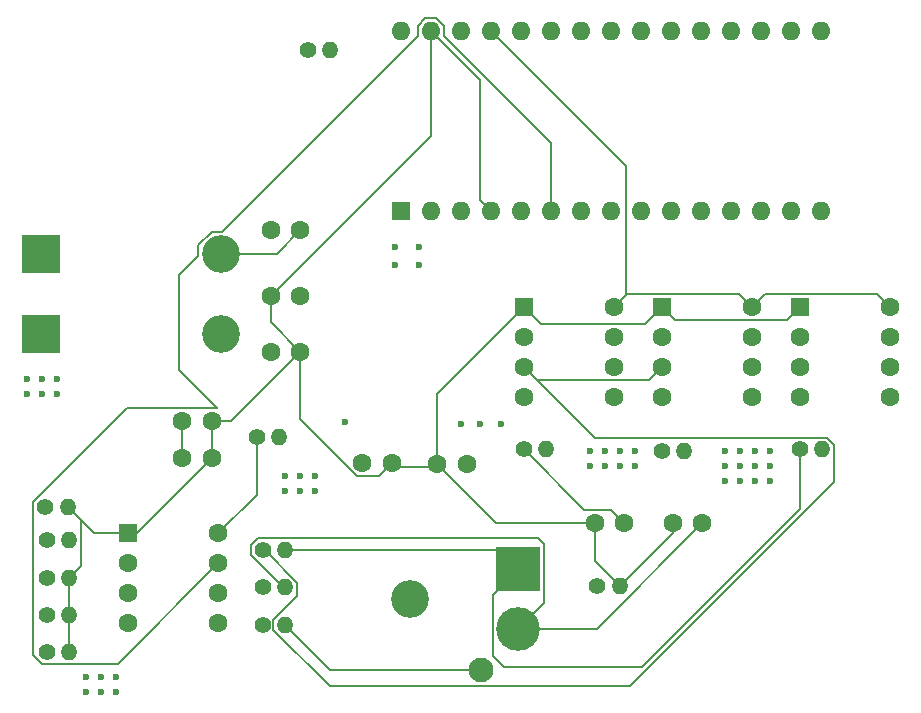
<source format=gbr>
%TF.GenerationSoftware,KiCad,Pcbnew,9.0.1*%
%TF.CreationDate,2025-05-22T16:31:06+05:30*%
%TF.ProjectId,escDesign,65736344-6573-4696-976e-2e6b69636164,rev?*%
%TF.SameCoordinates,Original*%
%TF.FileFunction,Copper,L2,Bot*%
%TF.FilePolarity,Positive*%
%FSLAX46Y46*%
G04 Gerber Fmt 4.6, Leading zero omitted, Abs format (unit mm)*
G04 Created by KiCad (PCBNEW 9.0.1) date 2025-05-22 16:31:06*
%MOMM*%
%LPD*%
G01*
G04 APERTURE LIST*
G04 Aperture macros list*
%AMRoundRect*
0 Rectangle with rounded corners*
0 $1 Rounding radius*
0 $2 $3 $4 $5 $6 $7 $8 $9 X,Y pos of 4 corners*
0 Add a 4 corners polygon primitive as box body*
4,1,4,$2,$3,$4,$5,$6,$7,$8,$9,$2,$3,0*
0 Add four circle primitives for the rounded corners*
1,1,$1+$1,$2,$3*
1,1,$1+$1,$4,$5*
1,1,$1+$1,$6,$7*
1,1,$1+$1,$8,$9*
0 Add four rect primitives between the rounded corners*
20,1,$1+$1,$2,$3,$4,$5,0*
20,1,$1+$1,$4,$5,$6,$7,0*
20,1,$1+$1,$6,$7,$8,$9,0*
20,1,$1+$1,$8,$9,$2,$3,0*%
G04 Aperture macros list end*
%TA.AperFunction,ComponentPad*%
%ADD10C,1.400000*%
%TD*%
%TA.AperFunction,ComponentPad*%
%ADD11O,1.400000X1.400000*%
%TD*%
%TA.AperFunction,ComponentPad*%
%ADD12C,1.600000*%
%TD*%
%TA.AperFunction,ComponentPad*%
%ADD13RoundRect,0.250000X-0.550000X-0.550000X0.550000X-0.550000X0.550000X0.550000X-0.550000X0.550000X0*%
%TD*%
%TA.AperFunction,ComponentPad*%
%ADD14R,3.200000X3.200000*%
%TD*%
%TA.AperFunction,ComponentPad*%
%ADD15O,3.200000X3.200000*%
%TD*%
%TA.AperFunction,ComponentPad*%
%ADD16R,1.600000X1.600000*%
%TD*%
%TA.AperFunction,ComponentPad*%
%ADD17O,1.600000X1.600000*%
%TD*%
%TA.AperFunction,ComponentPad*%
%ADD18R,3.700000X3.700000*%
%TD*%
%TA.AperFunction,ComponentPad*%
%ADD19C,3.700000*%
%TD*%
%TA.AperFunction,ComponentPad*%
%ADD20C,2.100000*%
%TD*%
%TA.AperFunction,ComponentPad*%
%ADD21C,3.200000*%
%TD*%
%TA.AperFunction,ViaPad*%
%ADD22C,0.600000*%
%TD*%
%TA.AperFunction,Conductor*%
%ADD23C,0.200000*%
%TD*%
G04 APERTURE END LIST*
D10*
%TO.P,R9,1*%
%TO.N,Net-(U7--)*%
X152003000Y-147422000D03*
D11*
%TO.P,R9,2*%
%TO.N,Net-(U2-OUT3)*%
X153903000Y-147422000D03*
%TD*%
D10*
%TO.P,R10,1*%
%TO.N,Net-(U2-OUT1)*%
X197490000Y-132588000D03*
D11*
%TO.P,R10,2*%
%TO.N,Net-(U9-+)*%
X199390000Y-132588000D03*
%TD*%
D12*
%TO.P,C3,1*%
%TO.N,+5V*%
X145181000Y-130175000D03*
%TO.P,C3,2*%
%TO.N,GND*%
X147681000Y-130175000D03*
%TD*%
%TO.P,C1,1*%
%TO.N,Net-(U2-SENSE1)*%
X160421000Y-133731000D03*
%TO.P,C1,2*%
%TO.N,GND*%
X162921000Y-133731000D03*
%TD*%
D13*
%TO.P,U10,1,GND*%
%TO.N,GND*%
X140589000Y-139700000D03*
D12*
%TO.P,U10,2,+*%
%TO.N,Net-(U10-+)*%
X140589000Y-142240000D03*
%TO.P,U10,3,-*%
%TO.N,Net-(U10--)*%
X140589000Y-144780000D03*
%TO.P,U10,4,V-*%
%TO.N,unconnected-(U10-V--Pad4)*%
X140589000Y-147320000D03*
%TO.P,U10,5,BAL*%
%TO.N,unconnected-(U10-BAL-Pad5)*%
X148209000Y-147320000D03*
%TO.P,U10,6,STRB*%
%TO.N,unconnected-(U10-STRB-Pad6)*%
X148209000Y-144780000D03*
%TO.P,U10,7*%
%TO.N,Net-(A2-D3)*%
X148209000Y-142240000D03*
%TO.P,U10,8,V+*%
%TO.N,+5V*%
X148209000Y-139700000D03*
%TD*%
D10*
%TO.P,R7,1*%
%TO.N,Net-(U7--)*%
X152003000Y-141122000D03*
D11*
%TO.P,R7,2*%
%TO.N,Net-(U2-OUT1)*%
X153903000Y-141122000D03*
%TD*%
D12*
%TO.P,C7,1*%
%TO.N,GND*%
X166771000Y-133858000D03*
%TO.P,C7,2*%
%TO.N,Net-(U2-OUT1)*%
X169271000Y-133858000D03*
%TD*%
D13*
%TO.P,U8,1,GND*%
%TO.N,GND*%
X174117000Y-120523000D03*
D12*
%TO.P,U8,2,+*%
%TO.N,Net-(U8-+)*%
X174117000Y-123063000D03*
%TO.P,U8,3,-*%
%TO.N,Net-(U7--)*%
X174117000Y-125603000D03*
%TO.P,U8,4,V-*%
%TO.N,unconnected-(U8-V--Pad4)*%
X174117000Y-128143000D03*
%TO.P,U8,5,BAL*%
%TO.N,unconnected-(U8-BAL-Pad5)*%
X181737000Y-128143000D03*
%TO.P,U8,6,STRB*%
%TO.N,unconnected-(U8-STRB-Pad6)*%
X181737000Y-125603000D03*
%TO.P,U8,7*%
%TO.N,Net-(A2-D10)*%
X181737000Y-123063000D03*
%TO.P,U8,8,V+*%
%TO.N,+5V*%
X181737000Y-120523000D03*
%TD*%
%TO.P,C9,1*%
%TO.N,GND*%
X180126000Y-138811000D03*
%TO.P,C9,2*%
%TO.N,Net-(U2-OUT3)*%
X182626000Y-138811000D03*
%TD*%
D14*
%TO.P,D1,1,K*%
%TO.N,Net-(D1-K)*%
X133223000Y-116059000D03*
D15*
%TO.P,D1,2,A*%
%TO.N,Net-(D1-A)*%
X148463000Y-116059000D03*
%TD*%
D10*
%TO.P,R2,1*%
%TO.N,Net-(U2-SENSE1)*%
X133736000Y-143433000D03*
D11*
%TO.P,R2,2*%
%TO.N,GND*%
X135636000Y-143433000D03*
%TD*%
D16*
%TO.P,A2,1,D1/TX*%
%TO.N,unconnected-(A2-D1{slash}TX-Pad1)*%
X163703000Y-112395000D03*
D17*
%TO.P,A2,2,D0/RX*%
%TO.N,unconnected-(A2-D0{slash}RX-Pad2)*%
X166243000Y-112395000D03*
%TO.P,A2,3,~{RESET}*%
%TO.N,unconnected-(A2-~{RESET}-Pad3)*%
X168783000Y-112395000D03*
%TO.P,A2,4,GND*%
%TO.N,GND*%
X171323000Y-112395000D03*
%TO.P,A2,5,D2*%
%TO.N,unconnected-(A2-D2-Pad5)*%
X173863000Y-112395000D03*
%TO.P,A2,6,D3*%
%TO.N,Net-(A2-D3)*%
X176403000Y-112395000D03*
%TO.P,A2,7,D4*%
%TO.N,/D4*%
X178943000Y-112395000D03*
%TO.P,A2,8,D5*%
%TO.N,/D5*%
X181483000Y-112395000D03*
%TO.P,A2,9,D6*%
%TO.N,/D6*%
X184023000Y-112395000D03*
%TO.P,A2,10,D7*%
%TO.N,/D7*%
X186563000Y-112395000D03*
%TO.P,A2,11,D8*%
%TO.N,/D8*%
X189103000Y-112395000D03*
%TO.P,A2,12,D9*%
%TO.N,/D9*%
X191643000Y-112395000D03*
%TO.P,A2,13,D10*%
%TO.N,Net-(A2-D10)*%
X194183000Y-112395000D03*
%TO.P,A2,14,D11*%
%TO.N,Net-(A2-D11)*%
X196723000Y-112395000D03*
%TO.P,A2,15,D12*%
%TO.N,Net-(A2-D12)*%
X199263000Y-112395000D03*
%TO.P,A2,16,D13*%
%TO.N,unconnected-(A2-D13-Pad16)*%
X199263000Y-97155000D03*
%TO.P,A2,17,3V3*%
%TO.N,unconnected-(A2-3V3-Pad17)*%
X196723000Y-97155000D03*
%TO.P,A2,18,AREF*%
%TO.N,unconnected-(A2-AREF-Pad18)*%
X194183000Y-97155000D03*
%TO.P,A2,19,A0*%
%TO.N,unconnected-(A2-A0-Pad19)*%
X191643000Y-97155000D03*
%TO.P,A2,20,A1*%
%TO.N,unconnected-(A2-A1-Pad20)*%
X189103000Y-97155000D03*
%TO.P,A2,21,A2*%
%TO.N,unconnected-(A2-A2-Pad21)*%
X186563000Y-97155000D03*
%TO.P,A2,22,A3*%
%TO.N,unconnected-(A2-A3-Pad22)*%
X184023000Y-97155000D03*
%TO.P,A2,23,A4*%
%TO.N,unconnected-(A2-A4-Pad23)*%
X181483000Y-97155000D03*
%TO.P,A2,24,A5*%
%TO.N,unconnected-(A2-A5-Pad24)*%
X178943000Y-97155000D03*
%TO.P,A2,25,A6*%
%TO.N,unconnected-(A2-A6-Pad25)*%
X176403000Y-97155000D03*
%TO.P,A2,26,A7*%
%TO.N,Net-(A2-A7)*%
X173863000Y-97155000D03*
%TO.P,A2,27,+5V*%
%TO.N,+5V*%
X171323000Y-97155000D03*
%TO.P,A2,28,~{RESET}*%
%TO.N,unconnected-(A2-~{RESET}-Pad28)*%
X168783000Y-97155000D03*
%TO.P,A2,29,GND*%
%TO.N,GND*%
X166243000Y-97155000D03*
%TO.P,A2,30,VIN*%
%TO.N,+5V*%
X163703000Y-97155000D03*
%TD*%
D13*
%TO.P,U9,1,GND*%
%TO.N,GND*%
X197485000Y-120523000D03*
D12*
%TO.P,U9,2,+*%
%TO.N,Net-(U9-+)*%
X197485000Y-123063000D03*
%TO.P,U9,3,-*%
%TO.N,Net-(U7--)*%
X197485000Y-125603000D03*
%TO.P,U9,4,V-*%
%TO.N,unconnected-(U9-V--Pad4)*%
X197485000Y-128143000D03*
%TO.P,U9,5,BAL*%
%TO.N,unconnected-(U9-BAL-Pad5)*%
X205105000Y-128143000D03*
%TO.P,U9,6,STRB*%
%TO.N,unconnected-(U9-STRB-Pad6)*%
X205105000Y-125603000D03*
%TO.P,U9,7*%
%TO.N,Net-(A2-D12)*%
X205105000Y-123063000D03*
%TO.P,U9,8,V+*%
%TO.N,+5V*%
X205105000Y-120523000D03*
%TD*%
D10*
%TO.P,R11,1*%
%TO.N,Net-(U2-OUT2)*%
X185785000Y-132715000D03*
D11*
%TO.P,R11,2*%
%TO.N,Net-(U7-+)*%
X187685000Y-132715000D03*
%TD*%
D10*
%TO.P,R5,1*%
%TO.N,Net-(U2-SENSE1)*%
X180345000Y-144145000D03*
D11*
%TO.P,R5,2*%
%TO.N,GND*%
X182245000Y-144145000D03*
%TD*%
D10*
%TO.P,R6,1*%
%TO.N,Net-(U2-SENSE1)*%
X133600000Y-137439000D03*
D11*
%TO.P,R6,2*%
%TO.N,GND*%
X135500000Y-137439000D03*
%TD*%
D14*
%TO.P,D2,1,K*%
%TO.N,Net-(D1-A)*%
X133223000Y-122809000D03*
D15*
%TO.P,D2,2,A*%
%TO.N,+5V*%
X148463000Y-122809000D03*
%TD*%
D10*
%TO.P,R8,1*%
%TO.N,Net-(U7--)*%
X152003000Y-144272000D03*
D11*
%TO.P,R8,2*%
%TO.N,Net-(U2-OUT2)*%
X153903000Y-144272000D03*
%TD*%
D10*
%TO.P,RV1,1,1*%
%TO.N,+5V*%
X155813000Y-98806000D03*
D11*
%TO.P,RV1,2,2*%
%TO.N,Net-(A2-A7)*%
X157713000Y-98806000D03*
%TD*%
D13*
%TO.P,U7,1,GND*%
%TO.N,GND*%
X185806000Y-120523000D03*
D12*
%TO.P,U7,2,+*%
%TO.N,Net-(U7-+)*%
X185806000Y-123063000D03*
%TO.P,U7,3,-*%
%TO.N,Net-(U7--)*%
X185806000Y-125603000D03*
%TO.P,U7,4,V-*%
%TO.N,unconnected-(U7-V--Pad4)*%
X185806000Y-128143000D03*
%TO.P,U7,5,BAL*%
%TO.N,unconnected-(U7-BAL-Pad5)*%
X193426000Y-128143000D03*
%TO.P,U7,6,STRB*%
%TO.N,unconnected-(U7-STRB-Pad6)*%
X193426000Y-125603000D03*
%TO.P,U7,7*%
%TO.N,Net-(A2-D11)*%
X193426000Y-123063000D03*
%TO.P,U7,8,V+*%
%TO.N,+5V*%
X193426000Y-120523000D03*
%TD*%
%TO.P,C4,1*%
%TO.N,Net-(U2-VREF)*%
X155174000Y-119634000D03*
%TO.P,C4,2*%
%TO.N,GND*%
X152674000Y-119634000D03*
%TD*%
D10*
%TO.P,R1,1*%
%TO.N,Net-(U2-SENSE1)*%
X133736000Y-140283000D03*
D11*
%TO.P,R1,2*%
%TO.N,Net-(U10--)*%
X135636000Y-140283000D03*
%TD*%
D10*
%TO.P,R12,1*%
%TO.N,Net-(U2-OUT3)*%
X174122000Y-132588000D03*
D11*
%TO.P,R12,2*%
%TO.N,Net-(U8-+)*%
X176022000Y-132588000D03*
%TD*%
D12*
%TO.P,C8,1*%
%TO.N,GND*%
X186730000Y-138811000D03*
%TO.P,C8,2*%
%TO.N,Net-(U2-OUT2)*%
X189230000Y-138811000D03*
%TD*%
D10*
%TO.P,R4,1*%
%TO.N,Net-(U2-SENSE1)*%
X133736000Y-149733000D03*
D11*
%TO.P,R4,2*%
%TO.N,GND*%
X135636000Y-149733000D03*
%TD*%
D12*
%TO.P,C2,1*%
%TO.N,+5V*%
X145201000Y-133350000D03*
%TO.P,C2,2*%
%TO.N,GND*%
X147701000Y-133350000D03*
%TD*%
%TO.P,C6,1*%
%TO.N,Net-(U2-VCP)*%
X152694000Y-114046000D03*
%TO.P,C6,2*%
%TO.N,Net-(D1-A)*%
X155194000Y-114046000D03*
%TD*%
%TO.P,C5,1*%
%TO.N,Net-(D1-K)*%
X152674000Y-124333000D03*
%TO.P,C5,2*%
%TO.N,GND*%
X155174000Y-124333000D03*
%TD*%
D10*
%TO.P,RV2,1,1*%
%TO.N,+5V*%
X151495000Y-131572000D03*
D11*
%TO.P,RV2,2,2*%
%TO.N,Net-(U10-+)*%
X153395000Y-131572000D03*
%TD*%
D18*
%TO.P,J1,1,1*%
%TO.N,Net-(U2-OUT1)*%
X173647000Y-142748000D03*
D19*
%TO.P,J1,2,2*%
%TO.N,Net-(U2-OUT2)*%
X173647000Y-147748000D03*
D20*
%TO.P,J1,3,3*%
%TO.N,Net-(U2-OUT3)*%
X170497000Y-151248000D03*
D21*
%TO.P,J1,4,Shield*%
%TO.N,unconnected-(J1-Shield-Pad4)*%
X164497000Y-145248000D03*
%TD*%
D10*
%TO.P,R3,1*%
%TO.N,Net-(U2-SENSE1)*%
X133736000Y-146583000D03*
D11*
%TO.P,R3,2*%
%TO.N,GND*%
X135636000Y-146583000D03*
%TD*%
D22*
%TO.N,*%
X183515000Y-132715000D03*
X155194000Y-134874000D03*
X183515000Y-133985000D03*
X133350000Y-126619000D03*
X132080000Y-126619000D03*
X180975000Y-133985000D03*
X133350000Y-127889000D03*
X193675000Y-135255000D03*
X134620000Y-126619000D03*
X172212000Y-130429000D03*
X191135000Y-133985000D03*
X194945000Y-133985000D03*
X179705000Y-132715000D03*
X139573000Y-151892000D03*
X191135000Y-135255000D03*
X137033000Y-151892000D03*
X134620000Y-127889000D03*
X193675000Y-132715000D03*
X194945000Y-135255000D03*
X138303000Y-151892000D03*
X138303000Y-153162000D03*
X182245000Y-132715000D03*
X192405000Y-133985000D03*
X192405000Y-135255000D03*
X159004000Y-130302000D03*
X182245000Y-133985000D03*
X165227000Y-116967000D03*
X179705000Y-133985000D03*
X156464000Y-134874000D03*
X163195000Y-116967000D03*
X168783000Y-130429000D03*
X163195000Y-115443000D03*
X153924000Y-136144000D03*
X155194000Y-136144000D03*
X192405000Y-132715000D03*
X170434000Y-130429000D03*
X153924000Y-134874000D03*
X194945000Y-132715000D03*
X193675000Y-133985000D03*
X132080000Y-127889000D03*
X191135000Y-132715000D03*
X165227000Y-115443000D03*
X180975000Y-132715000D03*
X137033000Y-153162000D03*
X139573000Y-153162000D03*
X156464000Y-136144000D03*
%TD*%
D23*
%TO.N,GND*%
X140589000Y-139700000D02*
X137761000Y-139700000D01*
X166517000Y-134112000D02*
X166771000Y-133858000D01*
X166771000Y-127869000D02*
X166771000Y-133858000D01*
X136637000Y-138576000D02*
X136637000Y-142432000D01*
X152674000Y-121833000D02*
X155174000Y-124333000D01*
X171323000Y-112395000D02*
X170434000Y-111506000D01*
X147701000Y-133350000D02*
X141351000Y-139700000D01*
X137761000Y-139700000D02*
X135500000Y-137439000D01*
X155174000Y-124333000D02*
X149332000Y-130175000D01*
X166243000Y-97155000D02*
X166243000Y-106065000D01*
X166771000Y-133858000D02*
X171724000Y-138811000D01*
X141351000Y-139700000D02*
X140589000Y-139700000D01*
X174117000Y-120523000D02*
X166771000Y-127869000D01*
X185806000Y-120523000D02*
X184367000Y-121962000D01*
X170434000Y-111506000D02*
X170434000Y-101346000D01*
X185806000Y-120523000D02*
X186907000Y-121624000D01*
X182245000Y-144145000D02*
X186730000Y-139660000D01*
X149332000Y-130175000D02*
X147681000Y-130175000D01*
X147681000Y-130175000D02*
X147681000Y-133330000D01*
X159964950Y-134832000D02*
X155174000Y-130041050D01*
X135500000Y-137439000D02*
X136637000Y-138576000D01*
X161820000Y-134832000D02*
X159964950Y-134832000D01*
X186907000Y-121624000D02*
X196384000Y-121624000D01*
X135636000Y-146583000D02*
X135636000Y-149733000D01*
X162921000Y-133731000D02*
X161820000Y-134832000D01*
X155174000Y-130041050D02*
X155174000Y-124333000D01*
X147681000Y-133330000D02*
X147701000Y-133350000D01*
X166243000Y-106065000D02*
X152674000Y-119634000D01*
X162921000Y-133731000D02*
X163302000Y-134112000D01*
X180126000Y-138811000D02*
X180126000Y-142026000D01*
X186730000Y-139660000D02*
X186730000Y-138811000D01*
X180126000Y-142026000D02*
X182245000Y-144145000D01*
X152674000Y-119634000D02*
X152674000Y-121833000D01*
X196384000Y-121624000D02*
X197485000Y-120523000D01*
X184367000Y-121962000D02*
X175556000Y-121962000D01*
X163302000Y-134112000D02*
X166517000Y-134112000D01*
X171724000Y-138811000D02*
X180126000Y-138811000D01*
X135636000Y-143433000D02*
X135636000Y-146583000D01*
X170434000Y-101346000D02*
X166243000Y-97155000D01*
X136637000Y-142432000D02*
X135636000Y-143433000D01*
X175556000Y-121962000D02*
X174117000Y-120523000D01*
%TO.N,+5V*%
X182753000Y-119507000D02*
X181737000Y-120523000D01*
X192325000Y-119422000D02*
X193426000Y-120523000D01*
X145181000Y-130175000D02*
X145181000Y-133330000D01*
X181737000Y-120523000D02*
X182838000Y-119422000D01*
X194527000Y-119422000D02*
X204004000Y-119422000D01*
X204004000Y-119422000D02*
X205105000Y-120523000D01*
X145181000Y-133330000D02*
X145201000Y-133350000D01*
X151495000Y-131572000D02*
X151495000Y-136414000D01*
X151495000Y-136414000D02*
X148209000Y-139700000D01*
X171323000Y-97155000D02*
X182753000Y-108585000D01*
X182838000Y-119422000D02*
X192325000Y-119422000D01*
X193426000Y-120523000D02*
X194527000Y-119422000D01*
X182753000Y-108585000D02*
X182753000Y-119507000D01*
%TO.N,Net-(A2-D3)*%
X148595050Y-114158000D02*
X147675580Y-114158000D01*
X132599000Y-150011628D02*
X133321372Y-150734000D01*
X167344000Y-96698950D02*
X166699050Y-96054000D01*
X139715000Y-150734000D02*
X148209000Y-142240000D01*
X166699050Y-96054000D02*
X165786950Y-96054000D01*
X165142000Y-96698950D02*
X165142000Y-97611050D01*
X132599000Y-137024372D02*
X132599000Y-150011628D01*
X147675580Y-114158000D02*
X146562000Y-115271580D01*
X165142000Y-97611050D02*
X148595050Y-114158000D01*
X167344000Y-97611050D02*
X167344000Y-96698950D01*
X140549372Y-129074000D02*
X132599000Y-137024372D01*
X144907000Y-117846050D02*
X144907000Y-125843950D01*
X176403000Y-112395000D02*
X176403000Y-106670050D01*
X146562000Y-115271580D02*
X146562000Y-116191050D01*
X133321372Y-150734000D02*
X139715000Y-150734000D01*
X165786950Y-96054000D02*
X165142000Y-96698950D01*
X144907000Y-125843950D02*
X148137050Y-129074000D01*
X176403000Y-106670050D02*
X167344000Y-97611050D01*
X148137050Y-129074000D02*
X140549372Y-129074000D01*
X146562000Y-116191050D02*
X144907000Y-117846050D01*
%TO.N,Net-(D1-A)*%
X148463000Y-116059000D02*
X153181000Y-116059000D01*
X153181000Y-116059000D02*
X155194000Y-114046000D01*
%TO.N,Net-(U2-OUT1)*%
X171496000Y-150033000D02*
X172466000Y-151003000D01*
X197490000Y-137663000D02*
X197490000Y-132588000D01*
X153903000Y-141122000D02*
X172021000Y-141122000D01*
X184150000Y-151003000D02*
X197490000Y-137663000D01*
X172021000Y-141122000D02*
X173647000Y-142748000D01*
X171496000Y-144899000D02*
X171496000Y-150033000D01*
X172466000Y-151003000D02*
X184150000Y-151003000D01*
X173647000Y-142748000D02*
X171496000Y-144899000D01*
%TO.N,Net-(U2-OUT2)*%
X151588372Y-140121000D02*
X175322000Y-140121000D01*
X151002000Y-141536628D02*
X151002000Y-140707372D01*
X175798000Y-140597000D02*
X175798000Y-145597000D01*
X175322000Y-140121000D02*
X175798000Y-140597000D01*
X173647000Y-147748000D02*
X180293000Y-147748000D01*
X151002000Y-140707372D02*
X151588372Y-140121000D01*
X153737372Y-144272000D02*
X151002000Y-141536628D01*
X180293000Y-147748000D02*
X189230000Y-138811000D01*
X175798000Y-145597000D02*
X173647000Y-147748000D01*
X153903000Y-144272000D02*
X153737372Y-144272000D01*
%TO.N,Net-(U2-OUT3)*%
X153903000Y-147422000D02*
X157729000Y-151248000D01*
X181525000Y-137710000D02*
X179244000Y-137710000D01*
X157729000Y-151248000D02*
X170497000Y-151248000D01*
X182626000Y-138811000D02*
X181525000Y-137710000D01*
X179244000Y-137710000D02*
X174122000Y-132588000D01*
%TO.N,Net-(U7--)*%
X185806000Y-125603000D02*
X184705000Y-126704000D01*
X152902000Y-147836628D02*
X157664372Y-152599000D01*
X154904000Y-143857372D02*
X154904000Y-145005372D01*
X180101000Y-131587000D02*
X174117000Y-125603000D01*
X157664372Y-152599000D02*
X183121100Y-152599000D01*
X154904000Y-145005372D02*
X152902000Y-147007372D01*
X152003000Y-141122000D02*
X152168628Y-141122000D01*
X152168628Y-141122000D02*
X154904000Y-143857372D01*
X175218000Y-126704000D02*
X174117000Y-125603000D01*
X200391000Y-135329100D02*
X200391000Y-132173372D01*
X183121100Y-152599000D02*
X200391000Y-135329100D01*
X199804628Y-131587000D02*
X180101000Y-131587000D01*
X200391000Y-132173372D02*
X199804628Y-131587000D01*
X184705000Y-126704000D02*
X175218000Y-126704000D01*
X152902000Y-147007372D02*
X152902000Y-147836628D01*
%TD*%
M02*

</source>
